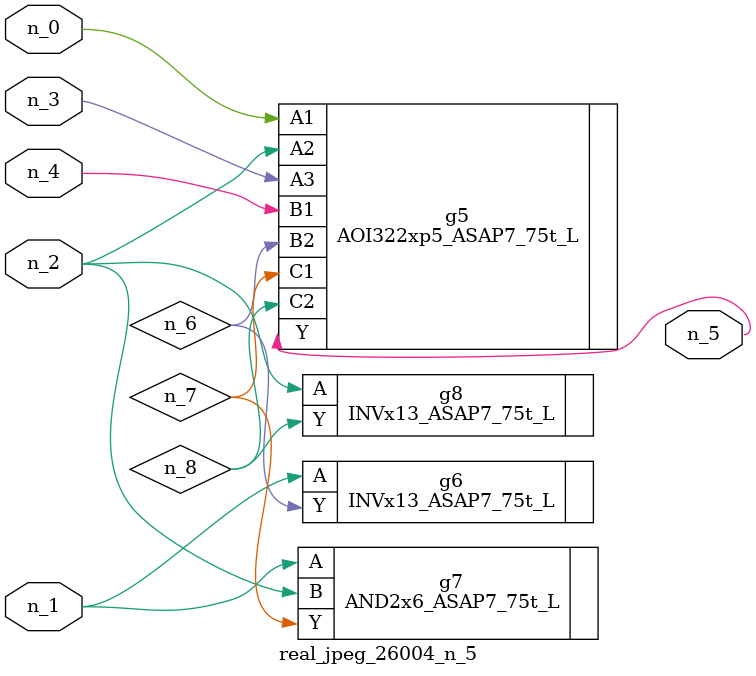
<source format=v>
module real_jpeg_26004_n_5 (n_4, n_0, n_1, n_2, n_3, n_5);

input n_4;
input n_0;
input n_1;
input n_2;
input n_3;

output n_5;

wire n_8;
wire n_6;
wire n_7;

AOI322xp5_ASAP7_75t_L g5 ( 
.A1(n_0),
.A2(n_2),
.A3(n_3),
.B1(n_4),
.B2(n_6),
.C1(n_7),
.C2(n_8),
.Y(n_5)
);

INVx13_ASAP7_75t_L g6 ( 
.A(n_1),
.Y(n_6)
);

AND2x6_ASAP7_75t_L g7 ( 
.A(n_1),
.B(n_2),
.Y(n_7)
);

INVx13_ASAP7_75t_L g8 ( 
.A(n_2),
.Y(n_8)
);


endmodule
</source>
